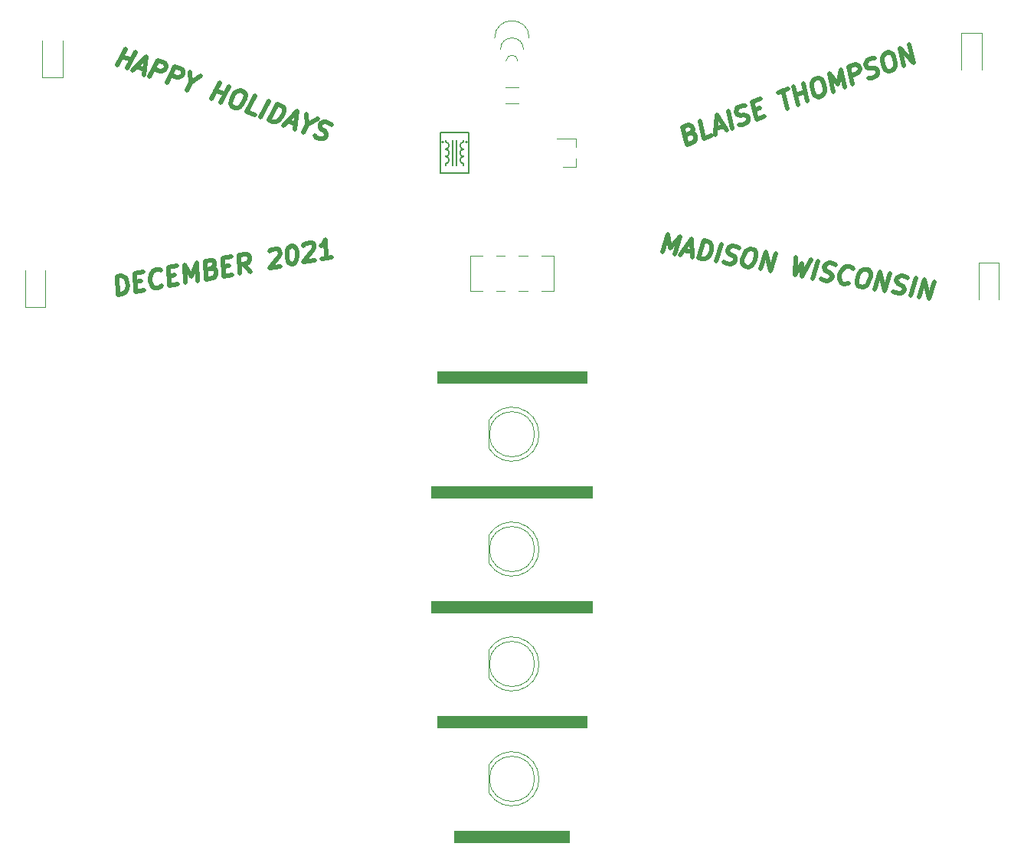
<source format=gbr>
%TF.GenerationSoftware,KiCad,Pcbnew,5.99.0+really5.1.10+dfsg1-1+b1*%
%TF.CreationDate,2021-10-24T20:32:13-05:00*%
%TF.ProjectId,dragonfly,64726167-6f6e-4666-9c79-2e6b69636164,A*%
%TF.SameCoordinates,Original*%
%TF.FileFunction,Legend,Top*%
%TF.FilePolarity,Positive*%
%FSLAX46Y46*%
G04 Gerber Fmt 4.6, Leading zero omitted, Abs format (unit mm)*
G04 Created by KiCad (PCBNEW 5.99.0+really5.1.10+dfsg1-1+b1) date 2021-10-24 20:32:13*
%MOMM*%
%LPD*%
G01*
G04 APERTURE LIST*
%ADD10C,0.120000*%
%ADD11C,0.100000*%
%ADD12C,0.500000*%
%ADD13C,0.150000*%
G04 APERTURE END LIST*
D10*
X126365000Y-59690000D02*
G75*
G02*
X127635000Y-59690000I635000J0D01*
G01*
X125730000Y-58420000D02*
G75*
G02*
X128270000Y-58420000I1270000J0D01*
G01*
X125095000Y-57150000D02*
G75*
G02*
X128905000Y-57150000I1905000J0D01*
G01*
D11*
G36*
X135255000Y-95250000D02*
G01*
X118745000Y-95250000D01*
X118745000Y-93980000D01*
X135255000Y-93980000D01*
X135255000Y-95250000D01*
G37*
X135255000Y-95250000D02*
X118745000Y-95250000D01*
X118745000Y-93980000D01*
X135255000Y-93980000D01*
X135255000Y-95250000D01*
G36*
X135890000Y-107950000D02*
G01*
X118110000Y-107950000D01*
X118110000Y-106680000D01*
X135890000Y-106680000D01*
X135890000Y-107950000D01*
G37*
X135890000Y-107950000D02*
X118110000Y-107950000D01*
X118110000Y-106680000D01*
X135890000Y-106680000D01*
X135890000Y-107950000D01*
G36*
X135890000Y-120650000D02*
G01*
X118110000Y-120650000D01*
X118110000Y-119380000D01*
X135890000Y-119380000D01*
X135890000Y-120650000D01*
G37*
X135890000Y-120650000D02*
X118110000Y-120650000D01*
X118110000Y-119380000D01*
X135890000Y-119380000D01*
X135890000Y-120650000D01*
G36*
X135255000Y-133350000D02*
G01*
X118745000Y-133350000D01*
X118745000Y-132080000D01*
X135255000Y-132080000D01*
X135255000Y-133350000D01*
G37*
X135255000Y-133350000D02*
X118745000Y-133350000D01*
X118745000Y-132080000D01*
X135255000Y-132080000D01*
X135255000Y-133350000D01*
G36*
X133350000Y-146050000D02*
G01*
X120650000Y-146050000D01*
X120650000Y-144780000D01*
X133350000Y-144780000D01*
X133350000Y-146050000D01*
G37*
X133350000Y-146050000D02*
X120650000Y-146050000D01*
X120650000Y-144780000D01*
X133350000Y-144780000D01*
X133350000Y-146050000D01*
D12*
X143654733Y-80807016D02*
X144248231Y-78880813D01*
X144480843Y-80372438D01*
X145561308Y-79112344D01*
X144967810Y-81038547D01*
X145981502Y-80637044D02*
X146919414Y-80802424D01*
X145624349Y-81154312D02*
X146874385Y-79343874D01*
X146937426Y-81385843D01*
X147593964Y-81501609D02*
X148187462Y-79575405D01*
X148656419Y-79658095D01*
X148909530Y-79799433D01*
X149040589Y-80015956D01*
X149077857Y-80215942D01*
X149058601Y-80599376D01*
X148973815Y-80874548D01*
X148766977Y-81224906D01*
X148616662Y-81391816D01*
X148372556Y-81542188D01*
X148062920Y-81584298D01*
X147593964Y-81501609D01*
X149563580Y-81848905D02*
X150157078Y-79922702D01*
X150435962Y-81906022D02*
X150689074Y-82047360D01*
X151158030Y-82130050D01*
X151373875Y-82071402D01*
X151495928Y-81996216D01*
X151646243Y-81829306D01*
X151702766Y-81645858D01*
X151665499Y-81445872D01*
X151599969Y-81337610D01*
X151440649Y-81212810D01*
X151093746Y-81054934D01*
X150934425Y-80930135D01*
X150868896Y-80821873D01*
X150831628Y-80621887D01*
X150888152Y-80438439D01*
X151038466Y-80271529D01*
X151160520Y-80196343D01*
X151376364Y-80137695D01*
X151845320Y-80220384D01*
X152098432Y-80361722D01*
X153345979Y-80484991D02*
X153721144Y-80551143D01*
X153880465Y-80675943D01*
X154011524Y-80892466D01*
X153992267Y-81275900D01*
X153794435Y-81917968D01*
X153587596Y-82268326D01*
X153343490Y-82418698D01*
X153127646Y-82477346D01*
X152752481Y-82411194D01*
X152593160Y-82286395D01*
X152462102Y-82069871D01*
X152481358Y-81686437D01*
X152679190Y-81044369D01*
X152886029Y-80694011D01*
X153130135Y-80543639D01*
X153345979Y-80484991D01*
X154440723Y-82708877D02*
X155034221Y-80782674D01*
X155566217Y-82907332D01*
X156159716Y-80981129D01*
X158410705Y-81378039D02*
X158286163Y-83386932D01*
X159085255Y-82077224D01*
X159036492Y-83519235D01*
X160098947Y-81675721D01*
X160255778Y-83734228D02*
X160849276Y-81808025D01*
X161128161Y-83791346D02*
X161381273Y-83932683D01*
X161850229Y-84015373D01*
X162066073Y-83956725D01*
X162188126Y-83881539D01*
X162338441Y-83714629D01*
X162394965Y-83531181D01*
X162357697Y-83331195D01*
X162292168Y-83222933D01*
X162132847Y-83098133D01*
X161785944Y-82940257D01*
X161626623Y-82815458D01*
X161561094Y-82707196D01*
X161523826Y-82507210D01*
X161580350Y-82323762D01*
X161730665Y-82156852D01*
X161852718Y-82081666D01*
X162068562Y-82023018D01*
X162537518Y-82105707D01*
X162790630Y-82247045D01*
X164251533Y-84245373D02*
X164129480Y-84320559D01*
X163819844Y-84362669D01*
X163632262Y-84329593D01*
X163379150Y-84188256D01*
X163248091Y-83971732D01*
X163210824Y-83771746D01*
X163230080Y-83388312D01*
X163314865Y-83113140D01*
X163521704Y-82762782D01*
X163672019Y-82595872D01*
X163916125Y-82445500D01*
X164225760Y-82403390D01*
X164413343Y-82436466D01*
X164666454Y-82577804D01*
X164731984Y-82686065D01*
X166007793Y-82717610D02*
X166382958Y-82783762D01*
X166542279Y-82908562D01*
X166673338Y-83125086D01*
X166654081Y-83508520D01*
X166456249Y-84150587D01*
X166249410Y-84500945D01*
X166005304Y-84651317D01*
X165789460Y-84709966D01*
X165414295Y-84643814D01*
X165254974Y-84519014D01*
X165123916Y-84302490D01*
X165143172Y-83919056D01*
X165341004Y-83276989D01*
X165547843Y-82926631D01*
X165791949Y-82776259D01*
X166007793Y-82717610D01*
X167102537Y-84941497D02*
X167696035Y-83015293D01*
X168228031Y-85139952D01*
X168821530Y-83213748D01*
X169100414Y-85197069D02*
X169353526Y-85338407D01*
X169822482Y-85421096D01*
X170038326Y-85362448D01*
X170160379Y-85287262D01*
X170310694Y-85120352D01*
X170367218Y-84936904D01*
X170329950Y-84736918D01*
X170264421Y-84628656D01*
X170105100Y-84503856D01*
X169758197Y-84345981D01*
X169598877Y-84221181D01*
X169533347Y-84112919D01*
X169496080Y-83912933D01*
X169552603Y-83729485D01*
X169702918Y-83562575D01*
X169824971Y-83487389D01*
X170040815Y-83428741D01*
X170509772Y-83511431D01*
X170762883Y-83652768D01*
X171041768Y-85636089D02*
X171635266Y-83709886D01*
X171979680Y-85801468D02*
X172573178Y-83875265D01*
X173105175Y-85999923D01*
X173698673Y-84073720D01*
X146718241Y-67727176D02*
X147008111Y-67723022D01*
X147118992Y-67784015D01*
X147251260Y-67938574D01*
X147315419Y-68219273D01*
X147268698Y-68438979D01*
X147200590Y-68565118D01*
X147042987Y-68723831D01*
X146327031Y-68984418D01*
X145877914Y-67019528D01*
X146504375Y-66791514D01*
X146704751Y-66819934D01*
X146815632Y-66880927D01*
X146947900Y-67035486D01*
X146990673Y-67222618D01*
X146943951Y-67442324D01*
X146875843Y-67568463D01*
X146718241Y-67727176D01*
X146091779Y-67955190D01*
X149101361Y-67974644D02*
X148206416Y-68300378D01*
X147757299Y-66335487D01*
X149510009Y-67217807D02*
X150404955Y-66892073D01*
X149459340Y-67844351D02*
X149636684Y-65651447D01*
X150712263Y-67388324D01*
X151338725Y-67160310D02*
X150889608Y-65195420D01*
X152122789Y-66773584D02*
X152412659Y-66769430D01*
X152860132Y-66606564D01*
X153017734Y-66447851D01*
X153085842Y-66321711D01*
X153132564Y-66102005D01*
X153089791Y-65914873D01*
X152957523Y-65760314D01*
X152846642Y-65699321D01*
X152646267Y-65670901D01*
X152266902Y-65707629D01*
X152066526Y-65679209D01*
X151955645Y-65618216D01*
X151823378Y-65463657D01*
X151780605Y-65276525D01*
X151827326Y-65056819D01*
X151895434Y-64930680D01*
X152053037Y-64771967D01*
X152500509Y-64609100D01*
X152790379Y-64604946D01*
X153788309Y-65153882D02*
X154414771Y-64925868D01*
X154918506Y-65857377D02*
X154023561Y-66183110D01*
X153574444Y-64218220D01*
X154469389Y-63892486D01*
X156438269Y-63175873D02*
X157512203Y-62784992D01*
X157424353Y-64945323D02*
X156975236Y-62980433D01*
X158587782Y-64521869D02*
X158138665Y-62556979D01*
X158352530Y-63492641D02*
X159426465Y-63101761D01*
X159661717Y-64130989D02*
X159212599Y-62166099D01*
X160465523Y-61710072D02*
X160823501Y-61579779D01*
X161023877Y-61608198D01*
X161245639Y-61730184D01*
X161420679Y-62071875D01*
X161570385Y-62726839D01*
X161566437Y-63133677D01*
X161430221Y-63385956D01*
X161272618Y-63544669D01*
X160914640Y-63674962D01*
X160714264Y-63646543D01*
X160492502Y-63524557D01*
X160317462Y-63182866D01*
X160167756Y-62527902D01*
X160171704Y-62121064D01*
X160307920Y-61868785D01*
X160465523Y-61710072D01*
X162525542Y-63088642D02*
X162076425Y-61123752D01*
X163023684Y-62299231D01*
X163329348Y-60667725D01*
X163778465Y-62632615D01*
X164673411Y-62306882D02*
X164224293Y-60341991D01*
X164940250Y-60081405D01*
X165140625Y-60109824D01*
X165251506Y-60170817D01*
X165383774Y-60325376D01*
X165447934Y-60606075D01*
X165401212Y-60825780D01*
X165333104Y-60951920D01*
X165175502Y-61110633D01*
X164459545Y-61371220D01*
X166441915Y-61561849D02*
X166731785Y-61557695D01*
X167179258Y-61394828D01*
X167336860Y-61236115D01*
X167404968Y-61109976D01*
X167451690Y-60890270D01*
X167408916Y-60703137D01*
X167276649Y-60548578D01*
X167165768Y-60487585D01*
X166965392Y-60459166D01*
X166586028Y-60495893D01*
X166385652Y-60467474D01*
X166274771Y-60406481D01*
X166142503Y-60251922D01*
X166099730Y-60064789D01*
X166146452Y-59845084D01*
X166214560Y-59718944D01*
X166372162Y-59560231D01*
X166819635Y-59397364D01*
X167109505Y-59393211D01*
X168251547Y-58876191D02*
X168609526Y-58745897D01*
X168809901Y-58774317D01*
X169031663Y-58896303D01*
X169206704Y-59237994D01*
X169356410Y-59892958D01*
X169352461Y-60299796D01*
X169216245Y-60552075D01*
X169058643Y-60710788D01*
X168700665Y-60841081D01*
X168500289Y-60812662D01*
X168278527Y-60690676D01*
X168103486Y-60348984D01*
X167953781Y-59694021D01*
X167957729Y-59287183D01*
X168093945Y-59034904D01*
X168251547Y-58876191D01*
X170311566Y-60254761D02*
X169862449Y-58289871D01*
X171385501Y-59863881D01*
X170936384Y-57898990D01*
X83423377Y-85554071D02*
X83322283Y-83541044D01*
X83791239Y-83458354D01*
X84077426Y-83504599D01*
X84274637Y-83663240D01*
X84378056Y-83838419D01*
X84491103Y-84205315D01*
X84505545Y-84492890D01*
X84431010Y-84892862D01*
X84346847Y-85101117D01*
X84168893Y-85325910D01*
X83892333Y-85471382D01*
X83423377Y-85554071D01*
X85340038Y-84152332D02*
X85996577Y-84036567D01*
X86330905Y-85041396D02*
X85392992Y-85206775D01*
X85291898Y-83193748D01*
X86229810Y-83028368D01*
X88290892Y-84502383D02*
X88201915Y-84614779D01*
X87925355Y-84760251D01*
X87737773Y-84793327D01*
X87451585Y-84747082D01*
X87254375Y-84588441D01*
X87150955Y-84413262D01*
X87037908Y-84046366D01*
X87023466Y-83758791D01*
X87098001Y-83358819D01*
X87182164Y-83150564D01*
X87360119Y-82925772D01*
X87636678Y-82780300D01*
X87824261Y-82747224D01*
X88110449Y-82793468D01*
X88209054Y-82872789D01*
X89091687Y-83490815D02*
X89748225Y-83375050D01*
X90082553Y-84379879D02*
X89144641Y-84545258D01*
X89043547Y-82532231D01*
X89981459Y-82366851D01*
X90926674Y-84231038D02*
X90825580Y-82218010D01*
X91554329Y-83540122D01*
X92138657Y-81986479D01*
X92239751Y-83999507D01*
X93781248Y-82663919D02*
X94067435Y-82710164D01*
X94166040Y-82789484D01*
X94269460Y-82964663D01*
X94283902Y-83252239D01*
X94199739Y-83460494D01*
X94110761Y-83572890D01*
X93927993Y-83701824D01*
X93177663Y-83834128D01*
X93076569Y-81821100D01*
X93733107Y-81705335D01*
X93925504Y-81768117D01*
X94024109Y-81847438D01*
X94127528Y-82022617D01*
X94137156Y-82214334D01*
X94052993Y-82422588D01*
X93964016Y-82534985D01*
X93781248Y-82663919D01*
X93124709Y-82779685D01*
X95094325Y-82432388D02*
X95750863Y-82316623D01*
X96085191Y-83321452D02*
X95147279Y-83486831D01*
X95046184Y-81473804D01*
X95984097Y-81308424D01*
X98054806Y-82974156D02*
X97350128Y-82131337D01*
X96929312Y-83172611D02*
X96828217Y-81159583D01*
X97578547Y-81027280D01*
X97770944Y-81090062D01*
X97869549Y-81169383D01*
X97972968Y-81344562D01*
X97987410Y-81632137D01*
X97903247Y-81840392D01*
X97814270Y-81952789D01*
X97631501Y-82081723D01*
X96881172Y-82214026D01*
X100214329Y-80755935D02*
X100303306Y-80643539D01*
X100486075Y-80514604D01*
X100955031Y-80431915D01*
X101147427Y-80494697D01*
X101246033Y-80574018D01*
X101349452Y-80749197D01*
X101359080Y-80940914D01*
X101279731Y-81245027D01*
X100212004Y-82593783D01*
X101431290Y-82378790D01*
X102549482Y-80150770D02*
X102737064Y-80117694D01*
X102929460Y-80180477D01*
X103028066Y-80259797D01*
X103131485Y-80434976D01*
X103244532Y-80801872D01*
X103268602Y-81281164D01*
X103194067Y-81681136D01*
X103109904Y-81889391D01*
X103020927Y-82001787D01*
X102838158Y-82130722D01*
X102650576Y-82163798D01*
X102458179Y-82101015D01*
X102359574Y-82021694D01*
X102256155Y-81846515D01*
X102143108Y-81479619D01*
X102119038Y-81000327D01*
X102193573Y-80600355D01*
X102277736Y-80392101D01*
X102366713Y-80279704D01*
X102549482Y-80150770D01*
X103965978Y-80094418D02*
X104054955Y-79982022D01*
X104237723Y-79853087D01*
X104706679Y-79770398D01*
X104899076Y-79833180D01*
X104997681Y-79912501D01*
X105101100Y-80087680D01*
X105110728Y-80279397D01*
X105031379Y-80583510D01*
X103963653Y-81932267D01*
X105182939Y-81717274D01*
X107058763Y-81386515D02*
X105933268Y-81584970D01*
X106496016Y-81485743D02*
X106394921Y-79472715D01*
X106221781Y-79793366D01*
X106043827Y-80018159D01*
X105861058Y-80147093D01*
X83371566Y-60139431D02*
X84290530Y-58345551D01*
X83852928Y-59199779D02*
X84926862Y-59590659D01*
X84445501Y-60530311D02*
X85364464Y-58736431D01*
X85513512Y-60310934D02*
X86408458Y-60636667D01*
X85071962Y-60758324D02*
X86617388Y-59192458D01*
X86324886Y-61214351D01*
X86951348Y-61442365D02*
X87870311Y-59648485D01*
X88586267Y-59909071D01*
X88721496Y-60059641D01*
X88767231Y-60177637D01*
X88769205Y-60381056D01*
X88637924Y-60637325D01*
X88460909Y-60775597D01*
X88327655Y-60828447D01*
X88104905Y-60848723D01*
X87388949Y-60588136D01*
X88830733Y-62126405D02*
X89749696Y-60332525D01*
X90465653Y-60593112D01*
X90600881Y-60743681D01*
X90646616Y-60861677D01*
X90648590Y-61065096D01*
X90517310Y-61321365D01*
X90340295Y-61459637D01*
X90207040Y-61512487D01*
X89984291Y-61532763D01*
X89268334Y-61272176D01*
X91505698Y-62086510D02*
X91068096Y-62940739D01*
X91360598Y-60918845D02*
X91505698Y-62086510D01*
X92613521Y-61374872D01*
X93752932Y-63917939D02*
X94671896Y-62124059D01*
X94234294Y-62978288D02*
X95308228Y-63369168D01*
X94826867Y-64308819D02*
X95745830Y-62514939D01*
X96998754Y-62970966D02*
X97356732Y-63101259D01*
X97491961Y-63251829D01*
X97583429Y-63487821D01*
X97497883Y-63862086D01*
X97191562Y-64460046D01*
X96927027Y-64769164D01*
X96660518Y-64874863D01*
X96437768Y-64895140D01*
X96079790Y-64764846D01*
X95944561Y-64614277D01*
X95853093Y-64378284D01*
X95938639Y-64004019D01*
X96244960Y-63406059D01*
X96509495Y-63096941D01*
X96776004Y-62991242D01*
X96998754Y-62970966D01*
X98585637Y-65676900D02*
X97690692Y-65351166D01*
X98609655Y-63557286D01*
X99212099Y-65904913D02*
X100131062Y-64111033D01*
X100107044Y-66230647D02*
X101026008Y-64436767D01*
X101473480Y-64599633D01*
X101698204Y-64782776D01*
X101789673Y-65018769D01*
X101791647Y-65222188D01*
X101706101Y-65596452D01*
X101574820Y-65852721D01*
X101310285Y-66161839D01*
X101133270Y-66300112D01*
X100866761Y-66405811D01*
X100554517Y-66393513D01*
X100107044Y-66230647D01*
X102159496Y-66369576D02*
X103054441Y-66695310D01*
X101717946Y-66816967D02*
X103263371Y-65251100D01*
X102970869Y-67272994D01*
X104392911Y-66777072D02*
X103955309Y-67631301D01*
X104247811Y-65609407D02*
X104392911Y-66777072D01*
X105500734Y-66065434D01*
X105162498Y-67969331D02*
X105387222Y-68152474D01*
X105834695Y-68315341D01*
X106057444Y-68295065D01*
X106190698Y-68242215D01*
X106367713Y-68103943D01*
X106455234Y-67933097D01*
X106453259Y-67729678D01*
X106407525Y-67611682D01*
X106272296Y-67461112D01*
X105958078Y-67245396D01*
X105822849Y-67094826D01*
X105777115Y-66976830D01*
X105775141Y-66773411D01*
X105862661Y-66602565D01*
X106039676Y-66464293D01*
X106172931Y-66411444D01*
X106395680Y-66391167D01*
X106843152Y-66554034D01*
X107067876Y-66737177D01*
D10*
%TO.C,D4*%
X124440000Y-137520000D02*
X124440000Y-140610000D01*
X129500000Y-139065000D02*
G75*
G03*
X129500000Y-139065000I-2500000J0D01*
G01*
X129990000Y-139064538D02*
G75*
G02*
X124440000Y-140609830I-2990000J-462D01*
G01*
X129990000Y-139065462D02*
G75*
G03*
X124440000Y-137520170I-2990000J462D01*
G01*
%TO.C,SW1*%
X125260000Y-81275000D02*
X126240000Y-81275000D01*
X127760000Y-81275000D02*
X128740000Y-81275000D01*
X125260000Y-85095000D02*
X126240000Y-85095000D01*
X122390000Y-81275000D02*
X123740000Y-81275000D01*
X122390000Y-85095000D02*
X123740000Y-85095000D01*
X127760000Y-85095000D02*
X128740000Y-85095000D01*
X131610000Y-81275000D02*
X130260000Y-81275000D01*
X131610000Y-85095000D02*
X131610000Y-81275000D01*
X130260000Y-85095000D02*
X131610000Y-85095000D01*
X122390000Y-85095000D02*
X122390000Y-81275000D01*
%TO.C,R1*%
X126272936Y-64410000D02*
X127727064Y-64410000D01*
X126272936Y-62590000D02*
X127727064Y-62590000D01*
%TO.C,Q1*%
X134110000Y-71430000D02*
X132650000Y-71430000D01*
X134110000Y-68270000D02*
X131950000Y-68270000D01*
X134110000Y-68270000D02*
X134110000Y-69200000D01*
X134110000Y-71430000D02*
X134110000Y-70500000D01*
D13*
%TO.C,L1*%
X119050000Y-67600000D02*
X122250000Y-67600000D01*
X119050000Y-72100000D02*
X119050000Y-67600000D01*
X122250000Y-72100000D02*
X119050000Y-72100000D01*
X122250000Y-67600000D02*
X122250000Y-72100000D01*
X119650000Y-71050000D02*
X119650000Y-71250000D01*
X119650000Y-68650000D02*
X119650000Y-68450000D01*
X121650000Y-71050000D02*
X121650000Y-71250000D01*
X121650000Y-68650000D02*
X121650000Y-68450000D01*
X119450000Y-68650000D02*
G75*
G03*
X119450000Y-68650000I-100000J0D01*
G01*
X122050000Y-68650000D02*
G75*
G03*
X122050000Y-68650000I-100000J0D01*
G01*
X120850000Y-71250000D02*
X120850000Y-68450000D01*
X120450000Y-68450000D02*
X120450000Y-71250000D01*
X119650000Y-69450000D02*
G75*
G03*
X120050000Y-69050000I0J400000D01*
G01*
X119650000Y-70250000D02*
G75*
G03*
X120050000Y-69850000I0J400000D01*
G01*
X120050000Y-69850000D02*
G75*
G03*
X119650000Y-69450000I-400000J0D01*
G01*
X120050000Y-69050000D02*
G75*
G03*
X119650000Y-68650000I-400000J0D01*
G01*
X120050000Y-70650000D02*
G75*
G03*
X119650000Y-70250000I-400000J0D01*
G01*
X119650000Y-71050000D02*
G75*
G03*
X120050000Y-70650000I0J400000D01*
G01*
X121650000Y-68650000D02*
G75*
G03*
X121250000Y-69050000I0J-400000D01*
G01*
X121250000Y-69050000D02*
G75*
G03*
X121650000Y-69450000I400000J0D01*
G01*
X121650000Y-69450000D02*
G75*
G03*
X121250000Y-69850000I0J-400000D01*
G01*
X121250000Y-69850000D02*
G75*
G03*
X121650000Y-70250000I400000J0D01*
G01*
X121650000Y-70250000D02*
G75*
G03*
X121250000Y-70650000I0J-400000D01*
G01*
X121250000Y-70650000D02*
G75*
G03*
X121650000Y-71050000I400000J0D01*
G01*
D10*
%TO.C,D8*%
X178570000Y-81995000D02*
X178570000Y-86055000D01*
X180840000Y-81995000D02*
X178570000Y-81995000D01*
X180840000Y-86055000D02*
X180840000Y-81995000D01*
%TO.C,D7*%
X75430000Y-86915000D02*
X75430000Y-82855000D01*
X73160000Y-86915000D02*
X75430000Y-86915000D01*
X73160000Y-82855000D02*
X73160000Y-86915000D01*
%TO.C,D6*%
X176665000Y-56595000D02*
X176665000Y-60655000D01*
X178935000Y-56595000D02*
X176665000Y-56595000D01*
X178935000Y-60655000D02*
X178935000Y-56595000D01*
%TO.C,D5*%
X77335000Y-61515000D02*
X77335000Y-57455000D01*
X75065000Y-61515000D02*
X77335000Y-61515000D01*
X75065000Y-57455000D02*
X75065000Y-61515000D01*
%TO.C,D3*%
X124440000Y-124820000D02*
X124440000Y-127910000D01*
X129500000Y-126365000D02*
G75*
G03*
X129500000Y-126365000I-2500000J0D01*
G01*
X129990000Y-126364538D02*
G75*
G02*
X124440000Y-127909830I-2990000J-462D01*
G01*
X129990000Y-126365462D02*
G75*
G03*
X124440000Y-124820170I-2990000J462D01*
G01*
%TO.C,D2*%
X124440000Y-112120000D02*
X124440000Y-115210000D01*
X129500000Y-113665000D02*
G75*
G03*
X129500000Y-113665000I-2500000J0D01*
G01*
X129990000Y-113664538D02*
G75*
G02*
X124440000Y-115209830I-2990000J-462D01*
G01*
X129990000Y-113665462D02*
G75*
G03*
X124440000Y-112120170I-2990000J462D01*
G01*
%TO.C,D1*%
X124440000Y-99420000D02*
X124440000Y-102510000D01*
X129500000Y-100965000D02*
G75*
G03*
X129500000Y-100965000I-2500000J0D01*
G01*
X129990000Y-100964538D02*
G75*
G02*
X124440000Y-102509830I-2990000J-462D01*
G01*
X129990000Y-100965462D02*
G75*
G03*
X124440000Y-99420170I-2990000J462D01*
G01*
%TD*%
M02*

</source>
